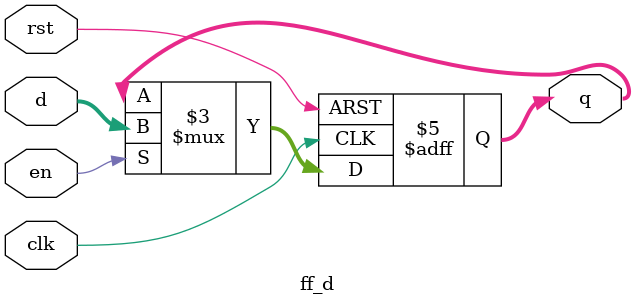
<source format=v>
module ff_d(input [31:0] d, input clk, rst, en, output reg [31:0] q);
	
	always @ (posedge clk or negedge rst) begin
		if (!rst) begin
			q <= 0;
		end
		else begin
			if (en) begin
				q <= d;
			end
		end
	end
	
endmodule 
</source>
